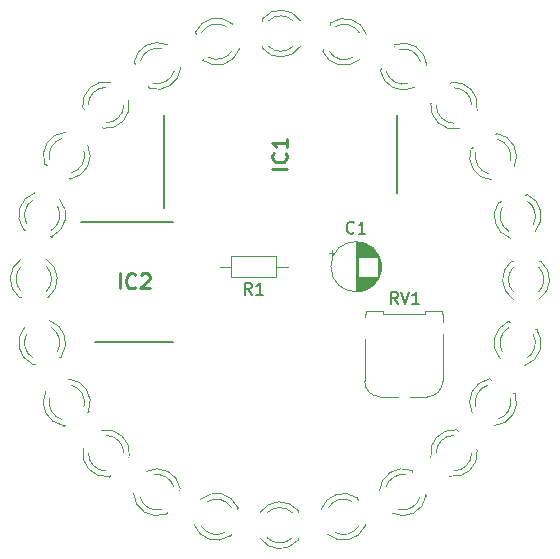
<source format=gbr>
%TF.GenerationSoftware,KiCad,Pcbnew,8.0.9*%
%TF.CreationDate,2025-12-11T14:47:33+01:00*%
%TF.ProjectId,Project,50726f6a-6563-4742-9e6b-696361645f70,rev?*%
%TF.SameCoordinates,Original*%
%TF.FileFunction,Legend,Top*%
%TF.FilePolarity,Positive*%
%FSLAX46Y46*%
G04 Gerber Fmt 4.6, Leading zero omitted, Abs format (unit mm)*
G04 Created by KiCad (PCBNEW 8.0.9) date 2025-12-11 14:47:33*
%MOMM*%
%LPD*%
G01*
G04 APERTURE LIST*
%ADD10C,0.150000*%
%ADD11C,0.254000*%
%ADD12C,0.120000*%
%ADD13C,0.200000*%
G04 APERTURE END LIST*
D10*
X169583161Y-68968419D02*
X169249828Y-68492228D01*
X169011733Y-68968419D02*
X169011733Y-67968419D01*
X169011733Y-67968419D02*
X169392685Y-67968419D01*
X169392685Y-67968419D02*
X169487923Y-68016038D01*
X169487923Y-68016038D02*
X169535542Y-68063657D01*
X169535542Y-68063657D02*
X169583161Y-68158895D01*
X169583161Y-68158895D02*
X169583161Y-68301752D01*
X169583161Y-68301752D02*
X169535542Y-68396990D01*
X169535542Y-68396990D02*
X169487923Y-68444609D01*
X169487923Y-68444609D02*
X169392685Y-68492228D01*
X169392685Y-68492228D02*
X169011733Y-68492228D01*
X169868876Y-67968419D02*
X170202209Y-68968419D01*
X170202209Y-68968419D02*
X170535542Y-67968419D01*
X171392685Y-68968419D02*
X170821257Y-68968419D01*
X171106971Y-68968419D02*
X171106971Y-67968419D01*
X171106971Y-67968419D02*
X171011733Y-68111276D01*
X171011733Y-68111276D02*
X170916495Y-68206514D01*
X170916495Y-68206514D02*
X170821257Y-68254133D01*
X157211732Y-68186219D02*
X156878399Y-67710028D01*
X156640304Y-68186219D02*
X156640304Y-67186219D01*
X156640304Y-67186219D02*
X157021256Y-67186219D01*
X157021256Y-67186219D02*
X157116494Y-67233838D01*
X157116494Y-67233838D02*
X157164113Y-67281457D01*
X157164113Y-67281457D02*
X157211732Y-67376695D01*
X157211732Y-67376695D02*
X157211732Y-67519552D01*
X157211732Y-67519552D02*
X157164113Y-67614790D01*
X157164113Y-67614790D02*
X157116494Y-67662409D01*
X157116494Y-67662409D02*
X157021256Y-67710028D01*
X157021256Y-67710028D02*
X156640304Y-67710028D01*
X158164113Y-68186219D02*
X157592685Y-68186219D01*
X157878399Y-68186219D02*
X157878399Y-67186219D01*
X157878399Y-67186219D02*
X157783161Y-67329076D01*
X157783161Y-67329076D02*
X157687923Y-67424314D01*
X157687923Y-67424314D02*
X157592685Y-67471933D01*
D11*
X146021837Y-67655718D02*
X146021837Y-66385718D01*
X147352314Y-67534765D02*
X147291838Y-67595242D01*
X147291838Y-67595242D02*
X147110409Y-67655718D01*
X147110409Y-67655718D02*
X146989457Y-67655718D01*
X146989457Y-67655718D02*
X146808028Y-67595242D01*
X146808028Y-67595242D02*
X146687076Y-67474289D01*
X146687076Y-67474289D02*
X146626599Y-67353337D01*
X146626599Y-67353337D02*
X146566123Y-67111432D01*
X146566123Y-67111432D02*
X146566123Y-66930003D01*
X146566123Y-66930003D02*
X146626599Y-66688099D01*
X146626599Y-66688099D02*
X146687076Y-66567146D01*
X146687076Y-66567146D02*
X146808028Y-66446194D01*
X146808028Y-66446194D02*
X146989457Y-66385718D01*
X146989457Y-66385718D02*
X147110409Y-66385718D01*
X147110409Y-66385718D02*
X147291838Y-66446194D01*
X147291838Y-66446194D02*
X147352314Y-66506670D01*
X147836123Y-66506670D02*
X147896599Y-66446194D01*
X147896599Y-66446194D02*
X148017552Y-66385718D01*
X148017552Y-66385718D02*
X148319933Y-66385718D01*
X148319933Y-66385718D02*
X148440885Y-66446194D01*
X148440885Y-66446194D02*
X148501361Y-66506670D01*
X148501361Y-66506670D02*
X148561838Y-66627622D01*
X148561838Y-66627622D02*
X148561838Y-66748575D01*
X148561838Y-66748575D02*
X148501361Y-66930003D01*
X148501361Y-66930003D02*
X147775647Y-67655718D01*
X147775647Y-67655718D02*
X148561838Y-67655718D01*
X160213318Y-57526162D02*
X158943318Y-57526162D01*
X160092365Y-56195685D02*
X160152842Y-56256161D01*
X160152842Y-56256161D02*
X160213318Y-56437590D01*
X160213318Y-56437590D02*
X160213318Y-56558542D01*
X160213318Y-56558542D02*
X160152842Y-56739971D01*
X160152842Y-56739971D02*
X160031889Y-56860923D01*
X160031889Y-56860923D02*
X159910937Y-56921400D01*
X159910937Y-56921400D02*
X159669032Y-56981876D01*
X159669032Y-56981876D02*
X159487603Y-56981876D01*
X159487603Y-56981876D02*
X159245699Y-56921400D01*
X159245699Y-56921400D02*
X159124746Y-56860923D01*
X159124746Y-56860923D02*
X159003794Y-56739971D01*
X159003794Y-56739971D02*
X158943318Y-56558542D01*
X158943318Y-56558542D02*
X158943318Y-56437590D01*
X158943318Y-56437590D02*
X159003794Y-56256161D01*
X159003794Y-56256161D02*
X159064270Y-56195685D01*
X160213318Y-54986161D02*
X160213318Y-55711876D01*
X160213318Y-55349019D02*
X158943318Y-55349019D01*
X158943318Y-55349019D02*
X159124746Y-55469971D01*
X159124746Y-55469971D02*
X159245699Y-55590923D01*
X159245699Y-55590923D02*
X159306175Y-55711876D01*
D10*
X165875134Y-62920980D02*
X165827515Y-62968600D01*
X165827515Y-62968600D02*
X165684658Y-63016219D01*
X165684658Y-63016219D02*
X165589420Y-63016219D01*
X165589420Y-63016219D02*
X165446563Y-62968600D01*
X165446563Y-62968600D02*
X165351325Y-62873361D01*
X165351325Y-62873361D02*
X165303706Y-62778123D01*
X165303706Y-62778123D02*
X165256087Y-62587647D01*
X165256087Y-62587647D02*
X165256087Y-62444790D01*
X165256087Y-62444790D02*
X165303706Y-62254314D01*
X165303706Y-62254314D02*
X165351325Y-62159076D01*
X165351325Y-62159076D02*
X165446563Y-62063838D01*
X165446563Y-62063838D02*
X165589420Y-62016219D01*
X165589420Y-62016219D02*
X165684658Y-62016219D01*
X165684658Y-62016219D02*
X165827515Y-62063838D01*
X165827515Y-62063838D02*
X165875134Y-62111457D01*
X166827515Y-63016219D02*
X166256087Y-63016219D01*
X166541801Y-63016219D02*
X166541801Y-62016219D01*
X166541801Y-62016219D02*
X166446563Y-62159076D01*
X166446563Y-62159076D02*
X166351325Y-62254314D01*
X166351325Y-62254314D02*
X166256087Y-62301933D01*
D12*
%TO.C,RV1*%
X166768400Y-69803600D02*
X166768400Y-70053600D01*
X166768400Y-75513600D02*
X166768400Y-71973600D01*
X166868400Y-69603600D02*
X166868400Y-69803600D01*
X166868400Y-69603600D02*
X168288400Y-69603600D01*
X166868400Y-69803600D02*
X166768400Y-69803600D01*
X168288400Y-69803600D02*
X168288400Y-69603600D01*
X168288400Y-69803600D02*
X171868400Y-69803600D01*
X169568400Y-76823600D02*
X168078400Y-76823600D01*
X171868400Y-69603600D02*
X173288400Y-69603600D01*
X171868400Y-69803600D02*
X171868400Y-69603600D01*
X172078400Y-76823600D02*
X170588400Y-76823600D01*
X173288400Y-69603600D02*
X173288400Y-69803600D01*
X173288400Y-69803600D02*
X173388400Y-69803600D01*
X173388400Y-69803600D02*
X173388400Y-70493600D01*
X173388400Y-71533600D02*
X173388400Y-75513600D01*
X168078400Y-76823600D02*
G75*
G02*
X166768400Y-75513600I0J1310000D01*
G01*
X173388400Y-75513600D02*
G75*
G02*
X172078400Y-76823600I-1310000J0D01*
G01*
%TO.C,R1*%
X160248400Y-65811400D02*
X159298399Y-65811400D01*
X159298400Y-66731401D02*
X159298400Y-64891398D01*
X159298400Y-64891398D02*
X155458400Y-64891398D01*
X155458401Y-66731401D02*
X159298400Y-66731401D01*
X155458400Y-64891398D02*
X155458401Y-66731401D01*
X154508397Y-65811400D02*
X155458399Y-65811400D01*
D13*
%TO.C,IC2*%
X142726600Y-62001400D02*
X150561600Y-62001400D01*
X143961600Y-72161400D02*
X150561600Y-72161400D01*
%TO.C,IC1*%
X149794000Y-60821400D02*
X149793999Y-52986399D01*
X169484001Y-59586401D02*
X169483999Y-52986400D01*
D12*
%TO.C,D24*%
X152445329Y-45969772D02*
X152485705Y-46120458D01*
X153044754Y-48206857D02*
X153085130Y-48357543D01*
X152445454Y-45970241D02*
G75*
G02*
X155606981Y-45284050I1826621J-789659D01*
G01*
X152987058Y-45986120D02*
G75*
G02*
X154997979Y-45447243I1285017J-773780D01*
G01*
X155557053Y-47533740D02*
G75*
G02*
X153546108Y-48072519I-1284978J773840D01*
G01*
X156166060Y-47370569D02*
G75*
G02*
X153085006Y-48357073I-1893985J610669D01*
G01*
%TO.C,D23*%
X139703791Y-57154053D02*
X139838892Y-57232053D01*
X141709506Y-58312052D02*
X141844607Y-58390052D01*
X139704211Y-57154295D02*
G75*
G02*
X141454537Y-54433549I1849988J733243D01*
G01*
X140098410Y-56782552D02*
G75*
G02*
X141139303Y-54979572I1455789J361500D01*
G01*
X143010004Y-56059623D02*
G75*
G02*
X141969026Y-57862551I-1455805J-361429D01*
G01*
X143325257Y-55513610D02*
G75*
G02*
X141844187Y-58389809I-1771058J-907442D01*
G01*
%TO.C,D22*%
X138681273Y-74089748D02*
X138831958Y-74049370D01*
X140918357Y-73490321D02*
X141069042Y-73449944D01*
X138681741Y-74089621D02*
G75*
G02*
X137995550Y-70928095I789659J1826621D01*
G01*
X138697621Y-73548018D02*
G75*
G02*
X138158743Y-71537096I773779J1285018D01*
G01*
X140245240Y-70978022D02*
G75*
G02*
X140784019Y-72988967I-773840J-1284978D01*
G01*
X140082068Y-70369015D02*
G75*
G02*
X141068573Y-73450069I-610668J-1893985D01*
G01*
%TO.C,D21*%
X148284504Y-83141142D02*
G75*
G02*
X151160705Y-84622212I907443J-1771058D01*
G01*
X148830518Y-83456395D02*
G75*
G02*
X150633446Y-84497373I361429J-1455805D01*
G01*
X149553448Y-86367988D02*
G75*
G02*
X147750467Y-85327095I-361501J1455788D01*
G01*
X149925190Y-86762188D02*
G75*
G02*
X147204444Y-85011862I-733243J1849988D01*
G01*
X151082947Y-84756893D02*
X151160946Y-84621792D01*
X149924949Y-86762608D02*
X150002948Y-86627507D01*
%TO.C,D20*%
X166807271Y-87786625D02*
X166766897Y-87635940D01*
X166207848Y-85549541D02*
X166167474Y-85398856D01*
X166807147Y-87786157D02*
G75*
G02*
X163645620Y-88472346I-1826620J789659D01*
G01*
X166265544Y-87770278D02*
G75*
G02*
X164254623Y-88309155I-1285017J773780D01*
G01*
X163695549Y-86222658D02*
G75*
G02*
X165706495Y-85683880I1284978J-773840D01*
G01*
X163086543Y-86385829D02*
G75*
G02*
X166167596Y-85399326I1893984J-610669D01*
G01*
%TO.C,D19*%
X179498007Y-76551548D02*
X179362907Y-76473546D01*
X177492293Y-75393547D02*
X177357193Y-75315545D01*
X179497588Y-76551305D02*
G75*
G02*
X177747260Y-79272050I-1849988J-733242D01*
G01*
X179103388Y-76923047D02*
G75*
G02*
X178062495Y-78726026I-1455788J-361500D01*
G01*
X176191795Y-77645976D02*
G75*
G02*
X177232774Y-75843048I1455805J361429D01*
G01*
X175876542Y-78191987D02*
G75*
G02*
X177357612Y-75315791I1771058J907440D01*
G01*
%TO.C,D18*%
X179121230Y-63405259D02*
G75*
G02*
X178134727Y-60324206I610669J1893984D01*
G01*
X178958059Y-62796253D02*
G75*
G02*
X178419280Y-60785307I773840J1284978D01*
G01*
X180505679Y-60226258D02*
G75*
G02*
X181044556Y-62237179I-773780J-1285017D01*
G01*
X180521558Y-59684655D02*
G75*
G02*
X181207747Y-62846181I-789659J-1826620D01*
G01*
X178284942Y-60283954D02*
X178134257Y-60324329D01*
X180522026Y-59684530D02*
X180371341Y-59724905D01*
%TO.C,D17*%
X170960441Y-50640658D02*
G75*
G02*
X168084243Y-49159588I-907441J1771058D01*
G01*
X170414429Y-50325405D02*
G75*
G02*
X168611501Y-49284427I-361429J1455805D01*
G01*
X169691500Y-47413812D02*
G75*
G02*
X171494479Y-48454705I361500J-1455788D01*
G01*
X169319758Y-47019612D02*
G75*
G02*
X172040503Y-48769939I733242J-1849988D01*
G01*
X168162000Y-49024907D02*
X168083999Y-49160008D01*
X169320000Y-47019192D02*
X169241999Y-47154293D01*
%TO.C,D16*%
X151204850Y-48918461D02*
G75*
G02*
X148484106Y-50668787I-1987502J99661D01*
G01*
X150658826Y-49233695D02*
G75*
G02*
X148855849Y-50274587I-1441478J414895D01*
G01*
X147775848Y-48403973D02*
G75*
G02*
X149578777Y-47362994I1441500J-414827D01*
G01*
X147248589Y-48528812D02*
G75*
G02*
X150124789Y-47047739I1968759J-289988D01*
G01*
X148406347Y-50534107D02*
X148484349Y-50669208D01*
X147248347Y-48528392D02*
X147326348Y-48663493D01*
%TO.C,D15*%
X137875256Y-62637071D02*
X138025941Y-62677446D01*
X140112340Y-63236495D02*
X140263025Y-63276870D01*
X137875724Y-62637195D02*
G75*
G02*
X138862227Y-59556139I1597174J1187070D01*
G01*
X138160278Y-62176094D02*
G75*
G02*
X138699057Y-60165145I1312620J725969D01*
G01*
X140785553Y-60724222D02*
G75*
G02*
X140246677Y-62735140I-1312655J-725903D01*
G01*
X140948745Y-60115220D02*
G75*
G02*
X140262556Y-63276744I-1475847J-1334905D01*
G01*
%TO.C,D14*%
X141263793Y-79268855D02*
X141398893Y-79190853D01*
X143269507Y-78110854D02*
X143404607Y-78032852D01*
X141264212Y-79268612D02*
G75*
G02*
X139783139Y-76392412I289988J1968759D01*
G01*
X141139374Y-78741353D02*
G75*
G02*
X140098394Y-76938424I414826J1441500D01*
G01*
X141969095Y-75858375D02*
G75*
G02*
X143009987Y-77661352I-414895J-1441478D01*
G01*
X141653860Y-75312351D02*
G75*
G02*
X143404187Y-78033095I-99660J-1987502D01*
G01*
%TO.C,D13*%
X155397871Y-88591141D02*
X155438249Y-88440457D01*
X155997298Y-86354058D02*
X156037676Y-86203374D01*
X155397998Y-88590674D02*
G75*
G02*
X152316941Y-87604167I-1187070J1597174D01*
G01*
X154936896Y-88306120D02*
G75*
G02*
X152925949Y-87767341I-725968J1312620D01*
G01*
X153485025Y-85680845D02*
G75*
G02*
X155495944Y-86219723I725903J-1312655D01*
G01*
X152876025Y-85517652D02*
G75*
G02*
X156037546Y-86203842I1334903J-1475848D01*
G01*
%TO.C,D12*%
X171978852Y-85202606D02*
X171900853Y-85067505D01*
X170820854Y-83196891D02*
X170742855Y-83061790D01*
X171978611Y-85202186D02*
G75*
G02*
X169102410Y-86683256I-1968758J289988D01*
G01*
X171451353Y-85327025D02*
G75*
G02*
X169648424Y-86368004I-1441500J414827D01*
G01*
X168568375Y-84497303D02*
G75*
G02*
X170371354Y-83456412I1441478J-414895D01*
G01*
X168022352Y-84812536D02*
G75*
G02*
X170743095Y-83062212I1987501J-99662D01*
G01*
%TO.C,D11*%
X181326542Y-71093930D02*
X181175857Y-71053553D01*
X179089458Y-70494504D02*
X178938773Y-70454127D01*
X181326074Y-71093804D02*
G75*
G02*
X180339568Y-74174861I-1597174J-1187070D01*
G01*
X181041520Y-71554906D02*
G75*
G02*
X180502741Y-73565853I-1312620J-725968D01*
G01*
X178416245Y-73006777D02*
G75*
G02*
X178955122Y-70995858I1312655J725903D01*
G01*
X178253052Y-73615777D02*
G75*
G02*
X178939242Y-70454256I1475848J1334903D01*
G01*
%TO.C,D10*%
X177547938Y-58477101D02*
G75*
G02*
X175797614Y-55756358I99662J1987501D01*
G01*
X177232705Y-57931078D02*
G75*
G02*
X176191813Y-56128101I414895J1441478D01*
G01*
X178062427Y-55048100D02*
G75*
G02*
X179103406Y-56851029I-414827J-1441500D01*
G01*
X177937588Y-54520842D02*
G75*
G02*
X179418659Y-57397042I-289988J-1968758D01*
G01*
X175932293Y-55678599D02*
X175797192Y-55756599D01*
X177938008Y-54520600D02*
X177802907Y-54598600D01*
%TO.C,D9*%
X166376579Y-48264148D02*
G75*
G02*
X163215055Y-47577959I-1334905J1475848D01*
G01*
X165767578Y-48100955D02*
G75*
G02*
X163756659Y-47562080I-725904J1312655D01*
G01*
X164315707Y-45475680D02*
G75*
G02*
X166326653Y-46014460I725967J-1312620D01*
G01*
X163854605Y-45191126D02*
G75*
G02*
X166935660Y-46177631I1187069J-1597174D01*
G01*
X163255305Y-47427742D02*
X163214929Y-47578427D01*
X163854730Y-45190658D02*
X163814354Y-45341343D01*
%TO.C,D8*%
X142895502Y-52358928D02*
X143005812Y-52469237D01*
X144533162Y-53996587D02*
X144643472Y-54106896D01*
X142895845Y-52359271D02*
G75*
G02*
X145290712Y-50184250I1976729J229446D01*
G01*
X143372827Y-52102221D02*
G75*
G02*
X144844898Y-50630079I1499747J-27604D01*
G01*
X146372318Y-52157501D02*
G75*
G02*
X144900178Y-53629570I-1499744J27676D01*
G01*
X146818148Y-51711687D02*
G75*
G02*
X144643129Y-54106553I-1945574J-418138D01*
G01*
%TO.C,D7*%
X137524199Y-68412802D02*
X137680199Y-68412801D01*
X139840199Y-68412801D02*
X139996199Y-68412800D01*
X137524683Y-68412801D02*
G75*
G02*
X137680137Y-65181403I1235516J1560001D01*
G01*
X137680199Y-67893763D02*
G75*
G02*
X137680148Y-65811889I1080000J1040963D01*
G01*
X139840248Y-65811891D02*
G75*
G02*
X139840198Y-67893761I-1080049J-1040909D01*
G01*
X139840258Y-65181403D02*
G75*
G02*
X139995714Y-68412800I-1080059J-1671397D01*
G01*
%TO.C,D6*%
X145110704Y-83587272D02*
X145221012Y-83476962D01*
X146748362Y-81949612D02*
X146858670Y-81839302D01*
X145111046Y-83586929D02*
G75*
G02*
X142936025Y-81192062I-229446J1976729D01*
G01*
X144853997Y-83109947D02*
G75*
G02*
X143381854Y-81637876I27603J1499747D01*
G01*
X144909276Y-80110456D02*
G75*
G02*
X146381345Y-81582596I-27676J-1499744D01*
G01*
X144463461Y-79664626D02*
G75*
G02*
X146858328Y-81839645I418139J-1945574D01*
G01*
%TO.C,D5*%
X161148199Y-88942200D02*
X161148201Y-88786200D01*
X161148201Y-86626200D02*
X161148203Y-86470200D01*
X161148201Y-88941716D02*
G75*
G02*
X157916801Y-88786260I-1560001J1235516D01*
G01*
X160629162Y-88786200D02*
G75*
G02*
X158547290Y-88786250I-1040962J1080000D01*
G01*
X158547291Y-86626151D02*
G75*
G02*
X160629162Y-86626202I1040909J-1080049D01*
G01*
X157916805Y-86626138D02*
G75*
G02*
X161148199Y-86470685I1671395J-1080062D01*
G01*
%TO.C,D4*%
X176306296Y-81372071D02*
X176195988Y-81261761D01*
X174668638Y-79734411D02*
X174558330Y-79624101D01*
X176305954Y-81371728D02*
G75*
G02*
X173911087Y-83546747I-1976728J-229445D01*
G01*
X175828973Y-81628777D02*
G75*
G02*
X174356902Y-83100919I-1499747J27604D01*
G01*
X172829482Y-81573497D02*
G75*
G02*
X174301623Y-80101428I1499744J-27676D01*
G01*
X172383653Y-82019310D02*
G75*
G02*
X174558672Y-79624447I1945573J418137D01*
G01*
%TO.C,D3*%
X181677600Y-65343600D02*
X181521600Y-65343599D01*
X179361600Y-65343599D02*
X179205600Y-65343598D01*
X181677116Y-65343599D02*
G75*
G02*
X181521660Y-68574999I-1235516J-1560001D01*
G01*
X181521600Y-65862638D02*
G75*
G02*
X181521650Y-67944510I-1080000J-1040962D01*
G01*
X179361551Y-67944509D02*
G75*
G02*
X179361602Y-65862639I1080049J1040909D01*
G01*
X179361539Y-68574995D02*
G75*
G02*
X179206086Y-65343601I1080061J1671395D01*
G01*
%TO.C,D2*%
X174116498Y-50194529D02*
X174006188Y-50304838D01*
X172478838Y-51832188D02*
X172368528Y-51942497D01*
X174116155Y-50194872D02*
G75*
G02*
X176291174Y-52589738I229445J-1976728D01*
G01*
X174373204Y-50671853D02*
G75*
G02*
X175845346Y-52143924I-27604J-1499747D01*
G01*
X174317924Y-53671344D02*
G75*
G02*
X172845855Y-52199204I27676J1499744D01*
G01*
X174763737Y-54117173D02*
G75*
G02*
X172368874Y-51942154I-418137J1945573D01*
G01*
%TO.C,D1*%
X158110000Y-44839600D02*
X158110000Y-44995600D01*
X158110000Y-47155600D02*
X158110000Y-47311600D01*
X158110000Y-44840084D02*
G75*
G02*
X161341397Y-44995539I1560000J-1235516D01*
G01*
X158629039Y-44995600D02*
G75*
G02*
X160710910Y-44995551I1040961J-1080000D01*
G01*
X160710910Y-47155649D02*
G75*
G02*
X158629039Y-47155600I-1040910J1080049D01*
G01*
X161341397Y-47155661D02*
G75*
G02*
X158110000Y-47311116I-1671397J1080061D01*
G01*
%TO.C,C1*%
X168161801Y-65811400D02*
G75*
G02*
X163921801Y-65811400I-2120000J0D01*
G01*
X163921801Y-65811400D02*
G75*
G02*
X168161801Y-65811400I2120000J0D01*
G01*
X168122801Y-65441400D02*
X168122801Y-66181400D01*
X168082801Y-65274400D02*
X168082801Y-66348400D01*
X168042801Y-65147400D02*
X168042801Y-66475400D01*
X168002801Y-65043400D02*
X168002801Y-66579400D01*
X167962801Y-64952400D02*
X167962801Y-66670400D01*
X167922801Y-64871400D02*
X167922801Y-66751400D01*
X167882801Y-64798400D02*
X167882801Y-66824400D01*
X167842801Y-66651400D02*
X167842801Y-66891400D01*
X167842801Y-64731400D02*
X167842801Y-64971400D01*
X167802801Y-66651400D02*
X167802801Y-66953400D01*
X167802801Y-64669400D02*
X167802801Y-64971400D01*
X167762801Y-66651400D02*
X167762801Y-67011400D01*
X167762801Y-64611400D02*
X167762801Y-64971400D01*
X167722801Y-66651400D02*
X167722801Y-67065400D01*
X167722801Y-64557400D02*
X167722801Y-64971400D01*
X167682801Y-66651400D02*
X167682801Y-67115400D01*
X167682801Y-64507400D02*
X167682801Y-64971400D01*
X167642801Y-66651400D02*
X167642801Y-67162400D01*
X167642801Y-64460400D02*
X167642801Y-64971400D01*
X167602801Y-66651400D02*
X167602801Y-67207400D01*
X167602801Y-64415400D02*
X167602801Y-64971400D01*
X167562801Y-66651400D02*
X167562801Y-67249400D01*
X167562801Y-64373400D02*
X167562801Y-64971400D01*
X167522801Y-66651400D02*
X167522801Y-67289400D01*
X167522801Y-64333400D02*
X167522801Y-64971400D01*
X167482801Y-66651400D02*
X167482801Y-67327400D01*
X167482801Y-64295400D02*
X167482801Y-64971400D01*
X167442801Y-66651400D02*
X167442801Y-67363400D01*
X167442801Y-64259400D02*
X167442801Y-64971400D01*
X167402801Y-66651400D02*
X167402801Y-67398400D01*
X167402801Y-64224400D02*
X167402801Y-64971400D01*
X167362801Y-66651400D02*
X167362801Y-67430400D01*
X167362801Y-64192400D02*
X167362801Y-64971400D01*
X167322801Y-66651400D02*
X167322801Y-67461400D01*
X167322801Y-64161400D02*
X167322801Y-64971400D01*
X167282801Y-66651400D02*
X167282801Y-67491400D01*
X167282801Y-64131400D02*
X167282801Y-64971400D01*
X167242801Y-66651400D02*
X167242801Y-67519400D01*
X167242801Y-64103400D02*
X167242801Y-64971400D01*
X167202801Y-66651400D02*
X167202801Y-67546400D01*
X167202801Y-64076400D02*
X167202801Y-64971400D01*
X167162801Y-66651400D02*
X167162801Y-67571400D01*
X167162801Y-64051400D02*
X167162801Y-64971400D01*
X167122801Y-66651400D02*
X167122801Y-67596400D01*
X167122801Y-64026400D02*
X167122801Y-64971400D01*
X167082801Y-66651400D02*
X167082801Y-67619400D01*
X167082801Y-64003400D02*
X167082801Y-64971400D01*
X167042801Y-66651400D02*
X167042801Y-67641400D01*
X167042801Y-63981400D02*
X167042801Y-64971400D01*
X167002801Y-66651400D02*
X167002801Y-67662400D01*
X167002801Y-63960400D02*
X167002801Y-64971400D01*
X166962801Y-66651400D02*
X166962801Y-67681400D01*
X166962801Y-63941400D02*
X166962801Y-64971400D01*
X166922801Y-66651400D02*
X166922801Y-67700400D01*
X166922801Y-63922400D02*
X166922801Y-64971400D01*
X166882801Y-66651400D02*
X166882801Y-67718400D01*
X166882801Y-63904400D02*
X166882801Y-64971400D01*
X166842801Y-66651400D02*
X166842801Y-67735400D01*
X166842801Y-63887400D02*
X166842801Y-64971400D01*
X166802801Y-66651400D02*
X166802801Y-67751400D01*
X166802801Y-63871400D02*
X166802801Y-64971400D01*
X166762801Y-66651400D02*
X166762801Y-67765400D01*
X166762801Y-63857400D02*
X166762801Y-64971400D01*
X166721801Y-66651400D02*
X166721801Y-67779400D01*
X166721801Y-63843400D02*
X166721801Y-64971400D01*
X166681801Y-66651400D02*
X166681801Y-67793400D01*
X166681801Y-63829400D02*
X166681801Y-64971400D01*
X166641801Y-66651400D02*
X166641801Y-67805400D01*
X166641801Y-63817400D02*
X166641801Y-64971400D01*
X166601801Y-66651400D02*
X166601801Y-67816400D01*
X166601801Y-63806400D02*
X166601801Y-64971400D01*
X166561801Y-66651400D02*
X166561801Y-67827400D01*
X166561801Y-63795400D02*
X166561801Y-64971400D01*
X166521801Y-66651400D02*
X166521801Y-67836400D01*
X166521801Y-63786400D02*
X166521801Y-64971400D01*
X166481801Y-66651400D02*
X166481801Y-67845400D01*
X166481801Y-63777400D02*
X166481801Y-64971400D01*
X166441801Y-66651400D02*
X166441801Y-67853400D01*
X166441801Y-63769400D02*
X166441801Y-64971400D01*
X166401801Y-66651400D02*
X166401801Y-67861400D01*
X166401801Y-63761400D02*
X166401801Y-64971400D01*
X166361801Y-66651400D02*
X166361801Y-67867400D01*
X166361801Y-63755400D02*
X166361801Y-64971400D01*
X166321801Y-66651400D02*
X166321801Y-67873400D01*
X166321801Y-63749400D02*
X166321801Y-64971400D01*
X166281801Y-66651400D02*
X166281801Y-67878400D01*
X166281801Y-63744400D02*
X166281801Y-64971400D01*
X166241801Y-66651400D02*
X166241801Y-67882400D01*
X166241801Y-63740400D02*
X166241801Y-64971400D01*
X166201801Y-63737400D02*
X166201801Y-67885400D01*
X166161801Y-63734400D02*
X166161801Y-67888400D01*
X166121801Y-63732400D02*
X166121801Y-67890400D01*
X166081801Y-63731400D02*
X166081801Y-67891400D01*
X166041801Y-63731400D02*
X166041801Y-67891400D01*
X163972000Y-64416400D02*
X163972000Y-64816400D01*
X163772000Y-64616400D02*
X164172000Y-64616400D01*
%TD*%
M02*

</source>
